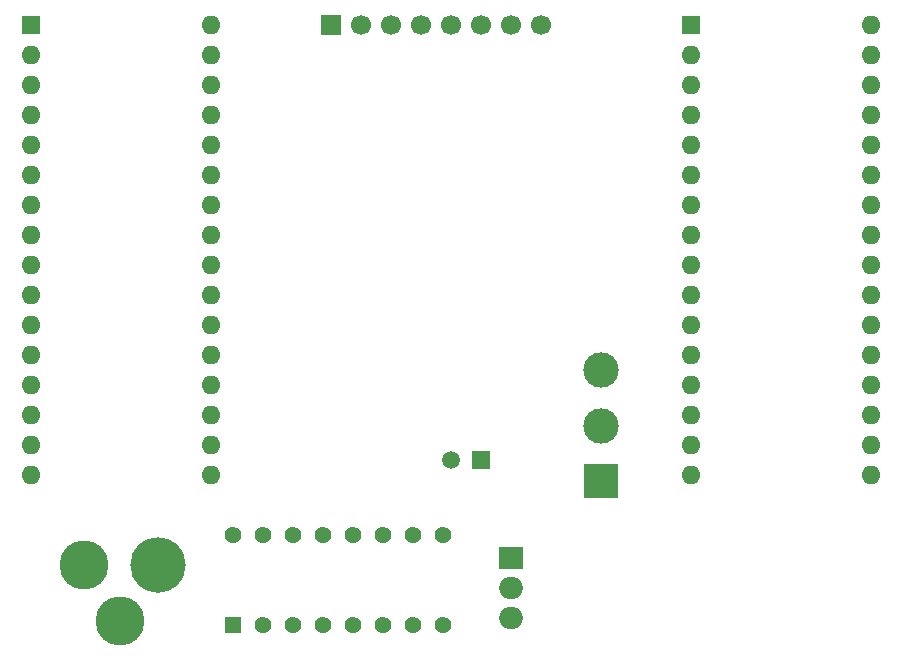
<source format=gbs>
%TF.GenerationSoftware,KiCad,Pcbnew,9.0.2*%
%TF.CreationDate,2025-06-27T13:26:12+02:00*%
%TF.ProjectId,LCD 14 Segment Tester,4c434420-3134-4205-9365-676d656e7420,V0*%
%TF.SameCoordinates,Original*%
%TF.FileFunction,Soldermask,Bot*%
%TF.FilePolarity,Negative*%
%FSLAX46Y46*%
G04 Gerber Fmt 4.6, Leading zero omitted, Abs format (unit mm)*
G04 Created by KiCad (PCBNEW 9.0.2) date 2025-06-27 13:26:12*
%MOMM*%
%LPD*%
G01*
G04 APERTURE LIST*
%ADD10R,1.600000X1.600000*%
%ADD11O,1.600000X1.600000*%
%ADD12R,3.000000X3.000000*%
%ADD13C,3.000000*%
%ADD14C,4.700000*%
%ADD15C,4.150000*%
%ADD16R,2.000000X1.905000*%
%ADD17O,2.000000X1.905000*%
%ADD18R,1.425000X1.425000*%
%ADD19C,1.425000*%
%ADD20R,1.500000X1.500000*%
%ADD21C,1.500000*%
%ADD22R,1.700000X1.700000*%
%ADD23C,1.700000*%
G04 APERTURE END LIST*
D10*
%TO.C,IC21*%
X57150000Y48260000D03*
D11*
X57150000Y45720000D03*
X57150000Y43180000D03*
X57150000Y40640000D03*
X57150000Y38100000D03*
X57150000Y35560000D03*
X57150000Y33020000D03*
X57150000Y30480000D03*
X57150000Y27940000D03*
X57150000Y25400000D03*
X57150000Y22860000D03*
X57150000Y20320000D03*
X57150000Y17780000D03*
X57150000Y15240000D03*
X57150000Y12700000D03*
X57150000Y10160000D03*
X72390000Y10160000D03*
X72390000Y12700000D03*
X72390000Y15240000D03*
X72390000Y17780000D03*
X72390000Y20320000D03*
X72390000Y22860000D03*
X72390000Y25400000D03*
X72390000Y27940000D03*
X72390000Y30480000D03*
X72390000Y33020000D03*
X72390000Y35560000D03*
X72390000Y38100000D03*
X72390000Y40640000D03*
X72390000Y43180000D03*
X72390000Y45720000D03*
X72390000Y48260000D03*
%TD*%
D10*
%TO.C,IC23*%
X1270000Y48260000D03*
D11*
X1270000Y45720000D03*
X1270000Y43180000D03*
X1270000Y40640000D03*
X1270000Y38100000D03*
X1270000Y35560000D03*
X1270000Y33020000D03*
X1270000Y30480000D03*
X1270000Y27940000D03*
X1270000Y25400000D03*
X1270000Y22860000D03*
X1270000Y20320000D03*
X1270000Y17780000D03*
X1270000Y15240000D03*
X1270000Y12700000D03*
X1270000Y10160000D03*
X16510000Y10160000D03*
X16510000Y12700000D03*
X16510000Y15240000D03*
X16510000Y17780000D03*
X16510000Y20320000D03*
X16510000Y22860000D03*
X16510000Y25400000D03*
X16510000Y27940000D03*
X16510000Y30480000D03*
X16510000Y33020000D03*
X16510000Y35560000D03*
X16510000Y38100000D03*
X16510000Y40640000D03*
X16510000Y43180000D03*
X16510000Y45720000D03*
X16510000Y48260000D03*
%TD*%
D12*
%TO.C,S1*%
X49530000Y9652000D03*
D13*
X49530000Y14351000D03*
X49530000Y19050000D03*
%TD*%
D14*
%TO.C,J4*%
X11988799Y2540000D03*
D15*
X8788800Y-2160000D03*
X5788799Y2540000D03*
%TD*%
D16*
%TO.C,U1*%
X41910000Y3175000D03*
D17*
X41910000Y635000D03*
X41910000Y-1905000D03*
%TD*%
D18*
%TO.C,S2*%
X18415000Y-2540000D03*
D19*
X20955000Y-2540000D03*
X23495000Y-2540000D03*
X26035000Y-2540000D03*
X28575000Y-2540000D03*
X31115000Y-2540000D03*
X33655000Y-2540000D03*
X36195000Y-2540000D03*
X36195000Y5080000D03*
X33655000Y5080000D03*
X31115000Y5080000D03*
X28575000Y5080000D03*
X26035000Y5080000D03*
X23495000Y5080000D03*
X20955000Y5080000D03*
X18415000Y5080000D03*
%TD*%
D20*
%TO.C,LED1*%
X39370000Y11430000D03*
D21*
X36830000Y11430000D03*
%TD*%
D22*
%TO.C,J2*%
X26670000Y48260000D03*
D23*
X29210000Y48260000D03*
X31750000Y48260000D03*
X34290000Y48260000D03*
X36830000Y48260000D03*
X39370000Y48260000D03*
X41910000Y48260000D03*
X44450000Y48260000D03*
%TD*%
M02*

</source>
